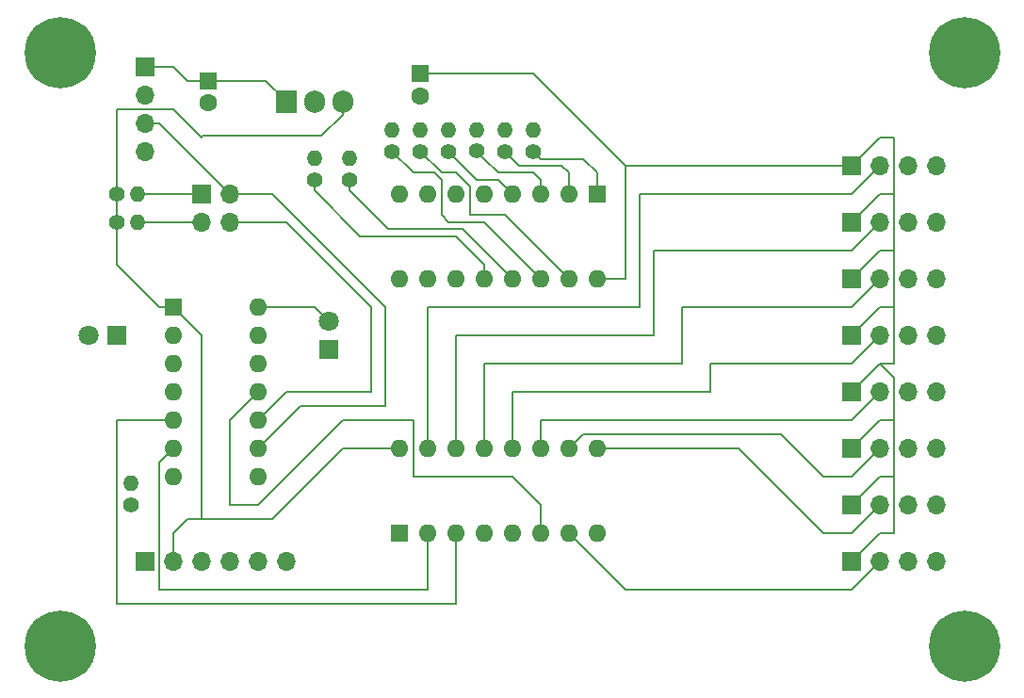
<source format=gtl>
G04 #@! TF.GenerationSoftware,KiCad,Pcbnew,(5.1.0-0)*
G04 #@! TF.CreationDate,2019-04-07T16:06:34-04:00*
G04 #@! TF.ProjectId,SonoctoWide,536f6e6f-6374-46f5-9769-64652e6b6963,rev?*
G04 #@! TF.SameCoordinates,Original*
G04 #@! TF.FileFunction,Copper,L1,Top*
G04 #@! TF.FilePolarity,Positive*
%FSLAX46Y46*%
G04 Gerber Fmt 4.6, Leading zero omitted, Abs format (unit mm)*
G04 Created by KiCad (PCBNEW (5.1.0-0)) date 2019-04-07 16:06:34*
%MOMM*%
%LPD*%
G04 APERTURE LIST*
%ADD10C,6.400000*%
%ADD11O,1.700000X1.700000*%
%ADD12R,1.700000X1.700000*%
%ADD13O,1.400000X1.400000*%
%ADD14C,1.400000*%
%ADD15O,1.600000X1.600000*%
%ADD16R,1.600000X1.600000*%
%ADD17O,1.905000X2.000000*%
%ADD18R,1.905000X2.000000*%
%ADD19C,1.800000*%
%ADD20R,1.800000X1.800000*%
%ADD21C,1.600000*%
%ADD22C,0.152400*%
G04 APERTURE END LIST*
D10*
X180340000Y-116840000D03*
X99060000Y-116840000D03*
X99060000Y-63500000D03*
X180340000Y-63500000D03*
D11*
X114300000Y-78740000D03*
X111760000Y-78740000D03*
X114300000Y-76200000D03*
D12*
X111760000Y-76200000D03*
D13*
X121920000Y-73030000D03*
D14*
X121920000Y-74930000D03*
D13*
X125095000Y-73030000D03*
D14*
X125095000Y-74930000D03*
D13*
X128905000Y-70490000D03*
D14*
X128905000Y-72390000D03*
D13*
X131445000Y-70490000D03*
D14*
X131445000Y-72390000D03*
D13*
X141605000Y-70490000D03*
D14*
X141605000Y-72390000D03*
D13*
X139065000Y-70490000D03*
D14*
X139065000Y-72390000D03*
D13*
X136525000Y-70485000D03*
D14*
X136525000Y-72385000D03*
D13*
X133985000Y-70490000D03*
D14*
X133985000Y-72390000D03*
D13*
X105410000Y-102240000D03*
D14*
X105410000Y-104140000D03*
D13*
X106040000Y-76200000D03*
D14*
X104140000Y-76200000D03*
D13*
X106040000Y-78740000D03*
D14*
X104140000Y-78740000D03*
D15*
X129540000Y-99060000D03*
X147320000Y-106680000D03*
X132080000Y-99060000D03*
X144780000Y-106680000D03*
X134620000Y-99060000D03*
X142240000Y-106680000D03*
X137160000Y-99060000D03*
X139700000Y-106680000D03*
X139700000Y-99060000D03*
X137160000Y-106680000D03*
X142240000Y-99060000D03*
X134620000Y-106680000D03*
X144780000Y-99060000D03*
X132080000Y-106680000D03*
X147320000Y-99060000D03*
D16*
X129540000Y-106680000D03*
D15*
X147320000Y-83820000D03*
X129540000Y-76200000D03*
X144780000Y-83820000D03*
X132080000Y-76200000D03*
X142240000Y-83820000D03*
X134620000Y-76200000D03*
X139700000Y-83820000D03*
X137160000Y-76200000D03*
X137160000Y-83820000D03*
X139700000Y-76200000D03*
X134620000Y-83820000D03*
X142240000Y-76200000D03*
X132080000Y-83820000D03*
X144780000Y-76200000D03*
X129540000Y-83820000D03*
D16*
X147320000Y-76200000D03*
D15*
X116840000Y-86360000D03*
X109220000Y-101600000D03*
X116840000Y-88900000D03*
X109220000Y-99060000D03*
X116840000Y-91440000D03*
X109220000Y-96520000D03*
X116840000Y-93980000D03*
X109220000Y-93980000D03*
X116840000Y-96520000D03*
X109220000Y-91440000D03*
X116840000Y-99060000D03*
X109220000Y-88900000D03*
X116840000Y-101600000D03*
D16*
X109220000Y-86360000D03*
D17*
X124460000Y-67945000D03*
X121920000Y-67945000D03*
D18*
X119380000Y-67945000D03*
D11*
X119380000Y-109220000D03*
X116840000Y-109220000D03*
X114300000Y-109220000D03*
X111760000Y-109220000D03*
X109220000Y-109220000D03*
D12*
X106680000Y-109220000D03*
D11*
X177800000Y-109220000D03*
X175260000Y-109220000D03*
X172720000Y-109220000D03*
D12*
X170180000Y-109220000D03*
D11*
X177800000Y-104140000D03*
X175260000Y-104140000D03*
X172720000Y-104140000D03*
D12*
X170180000Y-104140000D03*
D11*
X177800000Y-99060000D03*
X175260000Y-99060000D03*
X172720000Y-99060000D03*
D12*
X170180000Y-99060000D03*
D11*
X177800000Y-93980000D03*
X175260000Y-93980000D03*
X172720000Y-93980000D03*
D12*
X170180000Y-93980000D03*
D11*
X177800000Y-88900000D03*
X175260000Y-88900000D03*
X172720000Y-88900000D03*
D12*
X170180000Y-88900000D03*
D11*
X177800000Y-83820000D03*
X175260000Y-83820000D03*
X172720000Y-83820000D03*
D12*
X170180000Y-83820000D03*
D11*
X177800000Y-78740000D03*
X175260000Y-78740000D03*
X172720000Y-78740000D03*
D12*
X170180000Y-78740000D03*
D11*
X177800000Y-73660000D03*
X175260000Y-73660000D03*
X172720000Y-73660000D03*
D12*
X170180000Y-73660000D03*
D11*
X106680000Y-72390000D03*
X106680000Y-69850000D03*
X106680000Y-67310000D03*
D12*
X106680000Y-64770000D03*
D19*
X101600000Y-88900000D03*
D20*
X104140000Y-88900000D03*
D19*
X123190000Y-87630000D03*
D20*
X123190000Y-90170000D03*
D21*
X131445000Y-67405000D03*
D16*
X131445000Y-65405000D03*
D21*
X112395000Y-68040000D03*
D16*
X112395000Y-66040000D03*
D22*
X121920000Y-86360000D02*
X123190000Y-87630000D01*
X116840000Y-86360000D02*
X121920000Y-86360000D01*
X106680000Y-64770000D02*
X109220000Y-64770000D01*
X110490000Y-66040000D02*
X112395000Y-66040000D01*
X109220000Y-64770000D02*
X110490000Y-66040000D01*
X119380000Y-67897500D02*
X119380000Y-67945000D01*
X117522500Y-66040000D02*
X119380000Y-67897500D01*
X112395000Y-66040000D02*
X117522500Y-66040000D01*
X109220000Y-109220000D02*
X109220000Y-106680000D01*
X170180000Y-88900000D02*
X172720000Y-86360000D01*
X170180000Y-93980000D02*
X172720000Y-91440000D01*
X170180000Y-99060000D02*
X172720000Y-96520000D01*
X170180000Y-104140000D02*
X172720000Y-101600000D01*
X170180000Y-109220000D02*
X172720000Y-106680000D01*
X173990000Y-80010000D02*
X173990000Y-76200000D01*
X173990000Y-74930000D02*
X173990000Y-76200000D01*
X173990000Y-76200000D02*
X173722400Y-76200000D01*
X170180000Y-78740000D02*
X172720000Y-76200000D01*
X172720000Y-76200000D02*
X173990000Y-76200000D01*
X170180000Y-73660000D02*
X172720000Y-71120000D01*
X172720000Y-71120000D02*
X173990000Y-71120000D01*
X173990000Y-74930000D02*
X173990000Y-71120000D01*
X170180000Y-83820000D02*
X172720000Y-81280000D01*
X172720000Y-81280000D02*
X173990000Y-81280000D01*
X173990000Y-81280000D02*
X173990000Y-80010000D01*
X173990000Y-81280000D02*
X173990000Y-86360000D01*
X173990000Y-86360000D02*
X172720000Y-86360000D01*
X173990000Y-86360000D02*
X173990000Y-91440000D01*
X173990000Y-91440000D02*
X172720000Y-91440000D01*
X172720000Y-91440000D02*
X173990000Y-92710000D01*
X173990000Y-92710000D02*
X173990000Y-96520000D01*
X173990000Y-96520000D02*
X172720000Y-96520000D01*
X173990000Y-96520000D02*
X173990000Y-101600000D01*
X173990000Y-101600000D02*
X172720000Y-101600000D01*
X173990000Y-101600000D02*
X173990000Y-106680000D01*
X173990000Y-106680000D02*
X172720000Y-106680000D01*
X170180000Y-73660000D02*
X149860000Y-73660000D01*
X149860000Y-73660000D02*
X149860000Y-83820000D01*
X149860000Y-83820000D02*
X147320000Y-83820000D01*
X111760000Y-105410000D02*
X111760000Y-88900000D01*
X118110000Y-105410000D02*
X111760000Y-105410000D01*
X111760000Y-88900000D02*
X109220000Y-86360000D01*
X124460000Y-99060000D02*
X118110000Y-105410000D01*
X129540000Y-99060000D02*
X124460000Y-99060000D01*
X111760000Y-105410000D02*
X110490000Y-105410000D01*
X110490000Y-105410000D02*
X109220000Y-106680000D01*
X107950000Y-86360000D02*
X109220000Y-86360000D01*
X104140000Y-82550000D02*
X107950000Y-86360000D01*
X104140000Y-68580000D02*
X104140000Y-82550000D01*
X109220000Y-68580000D02*
X104140000Y-68580000D01*
X111760000Y-71120000D02*
X109220000Y-68580000D01*
X124460000Y-67992500D02*
X124460000Y-67945000D01*
X141605000Y-65405000D02*
X149860000Y-73660000D01*
X131445000Y-65405000D02*
X141605000Y-65405000D01*
X124460000Y-69097400D02*
X122555000Y-71002400D01*
X124460000Y-67945000D02*
X124460000Y-69097400D01*
X111877600Y-71002400D02*
X111760000Y-71120000D01*
X122555000Y-71002400D02*
X111877600Y-71002400D01*
X127000000Y-86360000D02*
X127000000Y-93980000D01*
X127000000Y-93980000D02*
X119380000Y-93980000D01*
X119380000Y-93980000D02*
X116840000Y-96520000D01*
X119380000Y-78740000D02*
X127000000Y-86360000D01*
X114300000Y-78740000D02*
X119380000Y-78740000D01*
X116840000Y-99060000D02*
X120650000Y-95250000D01*
X120650000Y-95250000D02*
X128270000Y-95250000D01*
X128270000Y-95250000D02*
X128270000Y-86360000D01*
X107950000Y-69850000D02*
X114300000Y-76200000D01*
X106680000Y-69850000D02*
X107950000Y-69850000D01*
X118110000Y-76200000D02*
X128270000Y-86360000D01*
X114300000Y-76200000D02*
X118110000Y-76200000D01*
X138430000Y-74930000D02*
X139700000Y-76200000D01*
X136525000Y-74930000D02*
X138430000Y-74930000D01*
X133985000Y-72390000D02*
X136525000Y-74930000D01*
X151130000Y-76200000D02*
X151130000Y-86360000D01*
X132080000Y-86360000D02*
X132080000Y-99060000D01*
X149860000Y-86360000D02*
X132080000Y-86360000D01*
X172720000Y-73660000D02*
X170180000Y-76200000D01*
X149860000Y-86360000D02*
X151130000Y-86360000D01*
X170180000Y-76200000D02*
X151130000Y-76200000D01*
X142240000Y-74930000D02*
X142240000Y-76200000D01*
X138430000Y-74295000D02*
X141605000Y-74295000D01*
X137224999Y-73089999D02*
X138430000Y-74295000D01*
X137224999Y-73084999D02*
X137224999Y-73089999D01*
X141605000Y-74295000D02*
X142240000Y-74930000D01*
X136525000Y-72385000D02*
X137224999Y-73084999D01*
X172720000Y-78740000D02*
X170180000Y-81280000D01*
X170180000Y-81280000D02*
X152400000Y-81280000D01*
X152400000Y-81280000D02*
X152400000Y-88900000D01*
X152400000Y-88900000D02*
X134620000Y-88900000D01*
X134620000Y-88900000D02*
X134620000Y-99060000D01*
X144780000Y-74295000D02*
X144780000Y-76200000D01*
X140335000Y-73660000D02*
X144145000Y-73660000D01*
X144145000Y-73660000D02*
X144780000Y-74295000D01*
X139065000Y-72390000D02*
X140335000Y-73660000D01*
X172720000Y-83820000D02*
X170180000Y-86360000D01*
X170180000Y-86360000D02*
X154940000Y-86360000D01*
X154940000Y-86360000D02*
X154940000Y-91440000D01*
X154940000Y-91440000D02*
X137160000Y-91440000D01*
X137160000Y-91440000D02*
X137160000Y-99060000D01*
X142304999Y-73089999D02*
X146114999Y-73089999D01*
X141605000Y-72390000D02*
X142304999Y-73089999D01*
X147320000Y-74295000D02*
X147320000Y-76200000D01*
X146114999Y-73089999D02*
X147320000Y-74295000D01*
X172720000Y-88900000D02*
X170180000Y-91440000D01*
X170180000Y-91440000D02*
X157480000Y-91440000D01*
X157480000Y-91440000D02*
X157480000Y-93980000D01*
X157480000Y-93980000D02*
X139700000Y-93980000D01*
X139700000Y-93980000D02*
X139700000Y-99060000D01*
X133350000Y-74295000D02*
X131445000Y-72390000D01*
X134620000Y-74295000D02*
X133350000Y-74295000D01*
X144780000Y-83820000D02*
X139065000Y-78105000D01*
X135890000Y-75565000D02*
X134620000Y-74295000D01*
X139065000Y-78105000D02*
X135890000Y-78105000D01*
X135890000Y-78105000D02*
X135890000Y-75565000D01*
X172720000Y-93980000D02*
X170180000Y-96520000D01*
X170180000Y-96520000D02*
X142240000Y-96520000D01*
X142240000Y-96520000D02*
X142240000Y-99060000D01*
X133985000Y-78740000D02*
X137160000Y-78740000D01*
X133350000Y-78105000D02*
X133985000Y-78740000D01*
X133350000Y-74930000D02*
X133350000Y-78105000D01*
X137160000Y-78740000D02*
X142240000Y-83820000D01*
X132715000Y-74295000D02*
X133350000Y-74930000D01*
X130810000Y-74295000D02*
X132715000Y-74295000D01*
X128905000Y-72390000D02*
X130810000Y-74295000D01*
X170180000Y-101600000D02*
X172720000Y-99060000D01*
X167640000Y-101600000D02*
X170180000Y-101600000D01*
X163830000Y-97790000D02*
X167640000Y-101600000D01*
X146050000Y-97790000D02*
X163830000Y-97790000D01*
X144780000Y-99060000D02*
X146050000Y-97790000D01*
X139700000Y-83820000D02*
X135255000Y-79375000D01*
X125095000Y-75919949D02*
X128550051Y-79375000D01*
X125095000Y-74930000D02*
X125095000Y-75919949D01*
X128550051Y-79375000D02*
X135255000Y-79375000D01*
X172720000Y-104140000D02*
X170180000Y-106680000D01*
X170180000Y-106680000D02*
X167640000Y-106680000D01*
X167640000Y-106680000D02*
X160020000Y-99060000D01*
X160020000Y-99060000D02*
X147320000Y-99060000D01*
X137160000Y-82550000D02*
X137160000Y-83820000D01*
X126010051Y-80010000D02*
X134620000Y-80010000D01*
X134620000Y-80010000D02*
X137160000Y-82550000D01*
X121920000Y-75919949D02*
X126010051Y-80010000D01*
X121920000Y-74930000D02*
X121920000Y-75919949D01*
X172720000Y-109220000D02*
X170180000Y-111760000D01*
X170180000Y-111760000D02*
X149860000Y-111760000D01*
X149860000Y-111760000D02*
X144780000Y-106680000D01*
X109220000Y-99060000D02*
X107950000Y-100330000D01*
X107950000Y-100330000D02*
X107950000Y-111760000D01*
X107950000Y-111760000D02*
X132080000Y-111760000D01*
X132080000Y-111760000D02*
X132080000Y-106680000D01*
X134620000Y-113030000D02*
X134620000Y-106680000D01*
X104140000Y-113030000D02*
X134620000Y-113030000D01*
X104140000Y-96520000D02*
X104140000Y-113030000D01*
X109220000Y-96520000D02*
X104140000Y-96520000D01*
X142240000Y-104140000D02*
X142240000Y-106680000D01*
X139700000Y-101600000D02*
X142240000Y-104140000D01*
X130810000Y-101600000D02*
X139700000Y-101600000D01*
X116840000Y-104140000D02*
X124460000Y-96520000D01*
X130810000Y-96520000D02*
X130810000Y-101600000D01*
X116840000Y-93980000D02*
X114300000Y-96520000D01*
X114300000Y-104140000D02*
X116840000Y-104140000D01*
X124460000Y-96520000D02*
X130810000Y-96520000D01*
X114300000Y-96520000D02*
X114300000Y-104140000D01*
X106040000Y-78740000D02*
X111760000Y-78740000D01*
X106040000Y-76200000D02*
X111760000Y-76200000D01*
M02*

</source>
